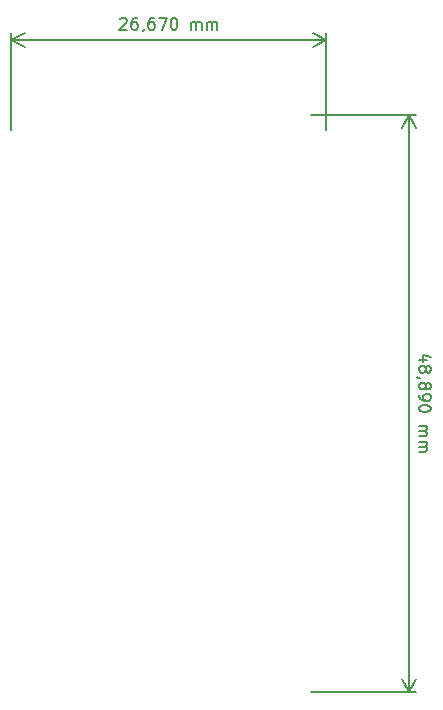
<source format=gbr>
G04 #@! TF.GenerationSoftware,KiCad,Pcbnew,5.1.5-52549c5~85~ubuntu18.04.1*
G04 #@! TF.CreationDate,2020-03-29T12:38:49+00:00*
G04 #@! TF.ProjectId,PIS,5049532e-6b69-4636-9164-5f7063625858,rev?*
G04 #@! TF.SameCoordinates,Original*
G04 #@! TF.FileFunction,OtherDrawing,Comment*
%FSLAX46Y46*%
G04 Gerber Fmt 4.6, Leading zero omitted, Abs format (unit mm)*
G04 Created by KiCad (PCBNEW 5.1.5-52549c5~85~ubuntu18.04.1) date 2020-03-29 12:38:49*
%MOMM*%
%LPD*%
G04 APERTURE LIST*
%ADD10C,0.150000*%
G04 APERTURE END LIST*
D10*
X128572142Y-94767619D02*
X128619761Y-94720000D01*
X128715000Y-94672380D01*
X128953095Y-94672380D01*
X129048333Y-94720000D01*
X129095952Y-94767619D01*
X129143571Y-94862857D01*
X129143571Y-94958095D01*
X129095952Y-95100952D01*
X128524523Y-95672380D01*
X129143571Y-95672380D01*
X130000714Y-94672380D02*
X129810238Y-94672380D01*
X129715000Y-94720000D01*
X129667380Y-94767619D01*
X129572142Y-94910476D01*
X129524523Y-95100952D01*
X129524523Y-95481904D01*
X129572142Y-95577142D01*
X129619761Y-95624761D01*
X129715000Y-95672380D01*
X129905476Y-95672380D01*
X130000714Y-95624761D01*
X130048333Y-95577142D01*
X130095952Y-95481904D01*
X130095952Y-95243809D01*
X130048333Y-95148571D01*
X130000714Y-95100952D01*
X129905476Y-95053333D01*
X129715000Y-95053333D01*
X129619761Y-95100952D01*
X129572142Y-95148571D01*
X129524523Y-95243809D01*
X130572142Y-95624761D02*
X130572142Y-95672380D01*
X130524523Y-95767619D01*
X130476904Y-95815238D01*
X131429285Y-94672380D02*
X131238809Y-94672380D01*
X131143571Y-94720000D01*
X131095952Y-94767619D01*
X131000714Y-94910476D01*
X130953095Y-95100952D01*
X130953095Y-95481904D01*
X131000714Y-95577142D01*
X131048333Y-95624761D01*
X131143571Y-95672380D01*
X131334047Y-95672380D01*
X131429285Y-95624761D01*
X131476904Y-95577142D01*
X131524523Y-95481904D01*
X131524523Y-95243809D01*
X131476904Y-95148571D01*
X131429285Y-95100952D01*
X131334047Y-95053333D01*
X131143571Y-95053333D01*
X131048333Y-95100952D01*
X131000714Y-95148571D01*
X130953095Y-95243809D01*
X131857857Y-94672380D02*
X132524523Y-94672380D01*
X132095952Y-95672380D01*
X133095952Y-94672380D02*
X133191190Y-94672380D01*
X133286428Y-94720000D01*
X133334047Y-94767619D01*
X133381666Y-94862857D01*
X133429285Y-95053333D01*
X133429285Y-95291428D01*
X133381666Y-95481904D01*
X133334047Y-95577142D01*
X133286428Y-95624761D01*
X133191190Y-95672380D01*
X133095952Y-95672380D01*
X133000714Y-95624761D01*
X132953095Y-95577142D01*
X132905476Y-95481904D01*
X132857857Y-95291428D01*
X132857857Y-95053333D01*
X132905476Y-94862857D01*
X132953095Y-94767619D01*
X133000714Y-94720000D01*
X133095952Y-94672380D01*
X134619761Y-95672380D02*
X134619761Y-95005714D01*
X134619761Y-95100952D02*
X134667380Y-95053333D01*
X134762619Y-95005714D01*
X134905476Y-95005714D01*
X135000714Y-95053333D01*
X135048333Y-95148571D01*
X135048333Y-95672380D01*
X135048333Y-95148571D02*
X135095952Y-95053333D01*
X135191190Y-95005714D01*
X135334047Y-95005714D01*
X135429285Y-95053333D01*
X135476904Y-95148571D01*
X135476904Y-95672380D01*
X135953095Y-95672380D02*
X135953095Y-95005714D01*
X135953095Y-95100952D02*
X136000714Y-95053333D01*
X136095952Y-95005714D01*
X136238809Y-95005714D01*
X136334047Y-95053333D01*
X136381666Y-95148571D01*
X136381666Y-95672380D01*
X136381666Y-95148571D02*
X136429285Y-95053333D01*
X136524523Y-95005714D01*
X136667380Y-95005714D01*
X136762619Y-95053333D01*
X136810238Y-95148571D01*
X136810238Y-95672380D01*
X119380000Y-96520000D02*
X146050000Y-96520000D01*
X119380000Y-104140000D02*
X119380000Y-95933579D01*
X146050000Y-104140000D02*
X146050000Y-95933579D01*
X146050000Y-96520000D02*
X144923496Y-97106421D01*
X146050000Y-96520000D02*
X144923496Y-95933579D01*
X119380000Y-96520000D02*
X120506504Y-97106421D01*
X119380000Y-96520000D02*
X120506504Y-95933579D01*
X154549285Y-123653278D02*
X153882619Y-123653278D01*
X154930238Y-123415183D02*
X154215952Y-123177087D01*
X154215952Y-123796135D01*
X154454047Y-124319945D02*
X154501666Y-124224706D01*
X154549285Y-124177087D01*
X154644523Y-124129468D01*
X154692142Y-124129468D01*
X154787380Y-124177087D01*
X154835000Y-124224706D01*
X154882619Y-124319945D01*
X154882619Y-124510421D01*
X154835000Y-124605659D01*
X154787380Y-124653278D01*
X154692142Y-124700897D01*
X154644523Y-124700897D01*
X154549285Y-124653278D01*
X154501666Y-124605659D01*
X154454047Y-124510421D01*
X154454047Y-124319945D01*
X154406428Y-124224706D01*
X154358809Y-124177087D01*
X154263571Y-124129468D01*
X154073095Y-124129468D01*
X153977857Y-124177087D01*
X153930238Y-124224706D01*
X153882619Y-124319945D01*
X153882619Y-124510421D01*
X153930238Y-124605659D01*
X153977857Y-124653278D01*
X154073095Y-124700897D01*
X154263571Y-124700897D01*
X154358809Y-124653278D01*
X154406428Y-124605659D01*
X154454047Y-124510421D01*
X153930238Y-125177087D02*
X153882619Y-125177087D01*
X153787380Y-125129468D01*
X153739761Y-125081849D01*
X154454047Y-125748516D02*
X154501666Y-125653278D01*
X154549285Y-125605659D01*
X154644523Y-125558040D01*
X154692142Y-125558040D01*
X154787380Y-125605659D01*
X154835000Y-125653278D01*
X154882619Y-125748516D01*
X154882619Y-125938992D01*
X154835000Y-126034230D01*
X154787380Y-126081849D01*
X154692142Y-126129468D01*
X154644523Y-126129468D01*
X154549285Y-126081849D01*
X154501666Y-126034230D01*
X154454047Y-125938992D01*
X154454047Y-125748516D01*
X154406428Y-125653278D01*
X154358809Y-125605659D01*
X154263571Y-125558040D01*
X154073095Y-125558040D01*
X153977857Y-125605659D01*
X153930238Y-125653278D01*
X153882619Y-125748516D01*
X153882619Y-125938992D01*
X153930238Y-126034230D01*
X153977857Y-126081849D01*
X154073095Y-126129468D01*
X154263571Y-126129468D01*
X154358809Y-126081849D01*
X154406428Y-126034230D01*
X154454047Y-125938992D01*
X153882619Y-126605659D02*
X153882619Y-126796135D01*
X153930238Y-126891373D01*
X153977857Y-126938992D01*
X154120714Y-127034230D01*
X154311190Y-127081849D01*
X154692142Y-127081849D01*
X154787380Y-127034230D01*
X154835000Y-126986611D01*
X154882619Y-126891373D01*
X154882619Y-126700897D01*
X154835000Y-126605659D01*
X154787380Y-126558040D01*
X154692142Y-126510421D01*
X154454047Y-126510421D01*
X154358809Y-126558040D01*
X154311190Y-126605659D01*
X154263571Y-126700897D01*
X154263571Y-126891373D01*
X154311190Y-126986611D01*
X154358809Y-127034230D01*
X154454047Y-127081849D01*
X154882619Y-127700897D02*
X154882619Y-127796135D01*
X154835000Y-127891373D01*
X154787380Y-127938992D01*
X154692142Y-127986611D01*
X154501666Y-128034230D01*
X154263571Y-128034230D01*
X154073095Y-127986611D01*
X153977857Y-127938992D01*
X153930238Y-127891373D01*
X153882619Y-127796135D01*
X153882619Y-127700897D01*
X153930238Y-127605659D01*
X153977857Y-127558040D01*
X154073095Y-127510421D01*
X154263571Y-127462802D01*
X154501666Y-127462802D01*
X154692142Y-127510421D01*
X154787380Y-127558040D01*
X154835000Y-127605659D01*
X154882619Y-127700897D01*
X153882619Y-129224706D02*
X154549285Y-129224706D01*
X154454047Y-129224706D02*
X154501666Y-129272325D01*
X154549285Y-129367564D01*
X154549285Y-129510421D01*
X154501666Y-129605659D01*
X154406428Y-129653278D01*
X153882619Y-129653278D01*
X154406428Y-129653278D02*
X154501666Y-129700897D01*
X154549285Y-129796135D01*
X154549285Y-129938992D01*
X154501666Y-130034230D01*
X154406428Y-130081849D01*
X153882619Y-130081849D01*
X153882619Y-130558040D02*
X154549285Y-130558040D01*
X154454047Y-130558040D02*
X154501666Y-130605659D01*
X154549285Y-130700897D01*
X154549285Y-130843754D01*
X154501666Y-130938992D01*
X154406428Y-130986611D01*
X153882619Y-130986611D01*
X154406428Y-130986611D02*
X154501666Y-131034230D01*
X154549285Y-131129468D01*
X154549285Y-131272325D01*
X154501666Y-131367564D01*
X154406428Y-131415183D01*
X153882619Y-131415183D01*
X153035000Y-102874890D02*
X153035000Y-151765000D01*
X144780000Y-102874890D02*
X153621421Y-102874890D01*
X144780000Y-151765000D02*
X153621421Y-151765000D01*
X153035000Y-151765000D02*
X152448579Y-150638496D01*
X153035000Y-151765000D02*
X153621421Y-150638496D01*
X153035000Y-102874890D02*
X152448579Y-104001394D01*
X153035000Y-102874890D02*
X153621421Y-104001394D01*
M02*

</source>
